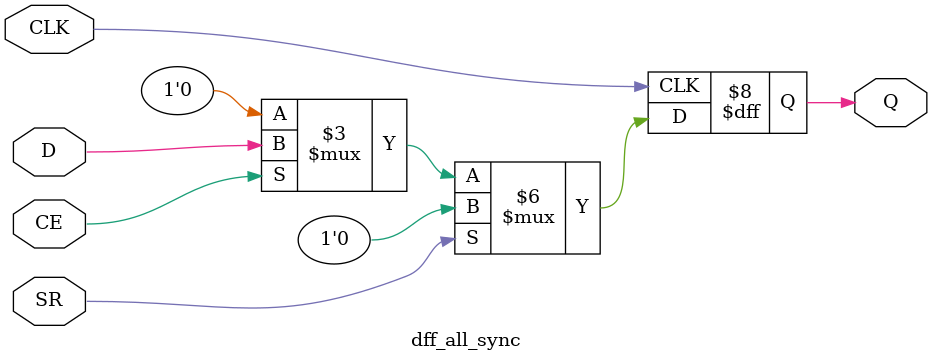
<source format=v>
module dff_all_sync(
    input CLK,
    input D,
    input SR,
    input CE,
    output reg Q
);

always @(posedge CLK)
begin : dff_with_all_ctr_and_sync_reset
    if(SR)
        Q <= 1'b0;
    else
        begin
            if(CE)
                Q <= D;
            else
                Q <= 1'b0;
        end
end

endmodule
</source>
